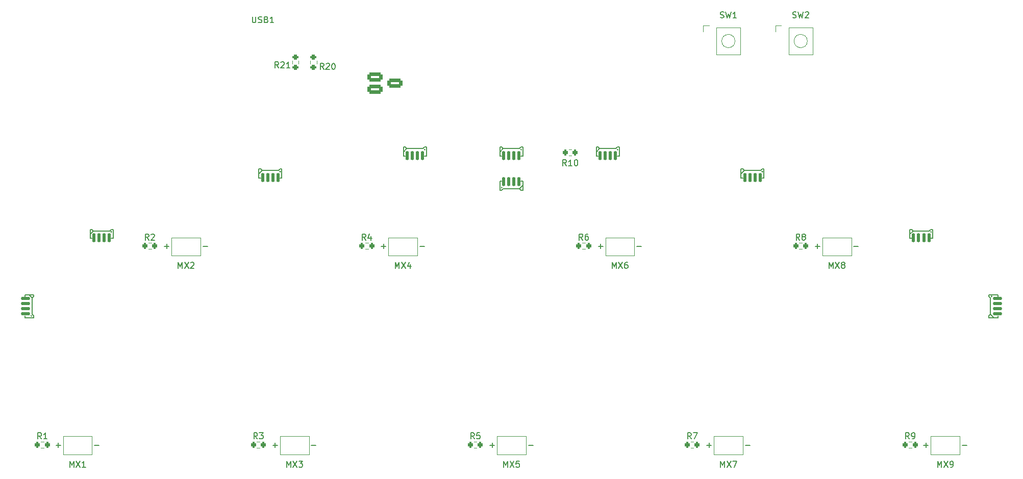
<source format=gto>
%TF.GenerationSoftware,KiCad,Pcbnew,(6.0.7)*%
%TF.CreationDate,2023-03-11T10:43:17+08:00*%
%TF.ProjectId,popn_pico,706f706e-5f70-4696-936f-2e6b69636164,rev?*%
%TF.SameCoordinates,Original*%
%TF.FileFunction,Legend,Top*%
%TF.FilePolarity,Positive*%
%FSLAX46Y46*%
G04 Gerber Fmt 4.6, Leading zero omitted, Abs format (unit mm)*
G04 Created by KiCad (PCBNEW (6.0.7)) date 2023-03-11 10:43:17*
%MOMM*%
%LPD*%
G01*
G04 APERTURE LIST*
G04 Aperture macros list*
%AMRoundRect*
0 Rectangle with rounded corners*
0 $1 Rounding radius*
0 $2 $3 $4 $5 $6 $7 $8 $9 X,Y pos of 4 corners*
0 Add a 4 corners polygon primitive as box body*
4,1,4,$2,$3,$4,$5,$6,$7,$8,$9,$2,$3,0*
0 Add four circle primitives for the rounded corners*
1,1,$1+$1,$2,$3*
1,1,$1+$1,$4,$5*
1,1,$1+$1,$6,$7*
1,1,$1+$1,$8,$9*
0 Add four rect primitives between the rounded corners*
20,1,$1+$1,$2,$3,$4,$5,0*
20,1,$1+$1,$4,$5,$6,$7,0*
20,1,$1+$1,$6,$7,$8,$9,0*
20,1,$1+$1,$8,$9,$2,$3,0*%
G04 Aperture macros list end*
%ADD10C,0.150000*%
%ADD11C,0.120000*%
%ADD12C,0.100000*%
%ADD13C,3.200000*%
%ADD14C,3.000000*%
%ADD15C,3.987800*%
%ADD16C,1.750000*%
%ADD17R,1.500000X2.600000*%
%ADD18RoundRect,0.110000X-0.110000X-0.640000X0.110000X-0.640000X0.110000X0.640000X-0.110000X0.640000X0*%
%ADD19RoundRect,0.200000X-0.200000X-0.275000X0.200000X-0.275000X0.200000X0.275000X-0.200000X0.275000X0*%
%ADD20RoundRect,0.110000X0.110000X0.640000X-0.110000X0.640000X-0.110000X-0.640000X0.110000X-0.640000X0*%
%ADD21RoundRect,0.200000X-0.275000X0.200000X-0.275000X-0.200000X0.275000X-0.200000X0.275000X0.200000X0*%
%ADD22R,1.650000X1.400000*%
%ADD23RoundRect,0.110000X-0.640000X0.110000X-0.640000X-0.110000X0.640000X-0.110000X0.640000X0.110000X0*%
%ADD24RoundRect,0.110000X0.640000X-0.110000X0.640000X0.110000X-0.640000X0.110000X-0.640000X-0.110000X0*%
%ADD25C,0.650000*%
%ADD26R,0.600000X1.450000*%
%ADD27R,0.300000X1.450000*%
%ADD28O,1.000000X2.100000*%
%ADD29O,1.000000X1.600000*%
%ADD30O,1.700000X1.700000*%
%ADD31R,1.700000X1.700000*%
%ADD32RoundRect,0.300000X-0.950000X0.450000X-0.950000X-0.450000X0.950000X-0.450000X0.950000X0.450000X0*%
G04 APERTURE END LIST*
D10*
%TO.C,MX7*%
X182031209Y-141119316D02*
X182031209Y-140119316D01*
X182364543Y-140833602D01*
X182697876Y-140119316D01*
X182697876Y-141119316D01*
X183078828Y-140119316D02*
X183745495Y-141119316D01*
X183745495Y-140119316D02*
X183078828Y-141119316D01*
X184031209Y-140119316D02*
X184697876Y-140119316D01*
X184269304Y-141119316D01*
X179739047Y-137471428D02*
X180500952Y-137471428D01*
X180120000Y-137852380D02*
X180120000Y-137090476D01*
X186139047Y-137471428D02*
X186900952Y-137471428D01*
%TO.C,R1*%
X69328333Y-136422380D02*
X68995000Y-135946190D01*
X68756904Y-136422380D02*
X68756904Y-135422380D01*
X69137857Y-135422380D01*
X69233095Y-135470000D01*
X69280714Y-135517619D01*
X69328333Y-135612857D01*
X69328333Y-135755714D01*
X69280714Y-135850952D01*
X69233095Y-135898571D01*
X69137857Y-135946190D01*
X68756904Y-135946190D01*
X70280714Y-136422380D02*
X69709285Y-136422380D01*
X69995000Y-136422380D02*
X69995000Y-135422380D01*
X69899761Y-135565238D01*
X69804523Y-135660476D01*
X69709285Y-135708095D01*
%TO.C,R10*%
X156427142Y-91102380D02*
X156093809Y-90626190D01*
X155855714Y-91102380D02*
X155855714Y-90102380D01*
X156236666Y-90102380D01*
X156331904Y-90150000D01*
X156379523Y-90197619D01*
X156427142Y-90292857D01*
X156427142Y-90435714D01*
X156379523Y-90530952D01*
X156331904Y-90578571D01*
X156236666Y-90626190D01*
X155855714Y-90626190D01*
X157379523Y-91102380D02*
X156808095Y-91102380D01*
X157093809Y-91102380D02*
X157093809Y-90102380D01*
X156998571Y-90245238D01*
X156903333Y-90340476D01*
X156808095Y-90388095D01*
X157998571Y-90102380D02*
X158093809Y-90102380D01*
X158189047Y-90150000D01*
X158236666Y-90197619D01*
X158284285Y-90292857D01*
X158331904Y-90483333D01*
X158331904Y-90721428D01*
X158284285Y-90911904D01*
X158236666Y-91007142D01*
X158189047Y-91054761D01*
X158093809Y-91102380D01*
X157998571Y-91102380D01*
X157903333Y-91054761D01*
X157855714Y-91007142D01*
X157808095Y-90911904D01*
X157760476Y-90721428D01*
X157760476Y-90483333D01*
X157808095Y-90292857D01*
X157855714Y-90197619D01*
X157903333Y-90150000D01*
X157998571Y-90102380D01*
%TO.C,R8*%
X195153333Y-103422380D02*
X194820000Y-102946190D01*
X194581904Y-103422380D02*
X194581904Y-102422380D01*
X194962857Y-102422380D01*
X195058095Y-102470000D01*
X195105714Y-102517619D01*
X195153333Y-102612857D01*
X195153333Y-102755714D01*
X195105714Y-102850952D01*
X195058095Y-102898571D01*
X194962857Y-102946190D01*
X194581904Y-102946190D01*
X195724761Y-102850952D02*
X195629523Y-102803333D01*
X195581904Y-102755714D01*
X195534285Y-102660476D01*
X195534285Y-102612857D01*
X195581904Y-102517619D01*
X195629523Y-102470000D01*
X195724761Y-102422380D01*
X195915238Y-102422380D01*
X196010476Y-102470000D01*
X196058095Y-102517619D01*
X196105714Y-102612857D01*
X196105714Y-102660476D01*
X196058095Y-102755714D01*
X196010476Y-102803333D01*
X195915238Y-102850952D01*
X195724761Y-102850952D01*
X195629523Y-102898571D01*
X195581904Y-102946190D01*
X195534285Y-103041428D01*
X195534285Y-103231904D01*
X195581904Y-103327142D01*
X195629523Y-103374761D01*
X195724761Y-103422380D01*
X195915238Y-103422380D01*
X196010476Y-103374761D01*
X196058095Y-103327142D01*
X196105714Y-103231904D01*
X196105714Y-103041428D01*
X196058095Y-102946190D01*
X196010476Y-102898571D01*
X195915238Y-102850952D01*
%TO.C,MX9*%
X218031209Y-141119316D02*
X218031209Y-140119316D01*
X218364543Y-140833602D01*
X218697876Y-140119316D01*
X218697876Y-141119316D01*
X219078828Y-140119316D02*
X219745495Y-141119316D01*
X219745495Y-140119316D02*
X219078828Y-141119316D01*
X220174066Y-141119316D02*
X220364543Y-141119316D01*
X220459781Y-141071697D01*
X220507400Y-141024078D01*
X220602638Y-140881221D01*
X220650257Y-140690745D01*
X220650257Y-140309793D01*
X220602638Y-140214555D01*
X220555019Y-140166936D01*
X220459781Y-140119316D01*
X220269304Y-140119316D01*
X220174066Y-140166936D01*
X220126447Y-140214555D01*
X220078828Y-140309793D01*
X220078828Y-140547888D01*
X220126447Y-140643126D01*
X220174066Y-140690745D01*
X220269304Y-140738364D01*
X220459781Y-140738364D01*
X220555019Y-140690745D01*
X220602638Y-140643126D01*
X220650257Y-140547888D01*
X222139047Y-137471428D02*
X222900952Y-137471428D01*
X215739047Y-137471428D02*
X216500952Y-137471428D01*
X216120000Y-137852380D02*
X216120000Y-137090476D01*
%TO.C,R6*%
X159153333Y-103422380D02*
X158820000Y-102946190D01*
X158581904Y-103422380D02*
X158581904Y-102422380D01*
X158962857Y-102422380D01*
X159058095Y-102470000D01*
X159105714Y-102517619D01*
X159153333Y-102612857D01*
X159153333Y-102755714D01*
X159105714Y-102850952D01*
X159058095Y-102898571D01*
X158962857Y-102946190D01*
X158581904Y-102946190D01*
X160010476Y-102422380D02*
X159820000Y-102422380D01*
X159724761Y-102470000D01*
X159677142Y-102517619D01*
X159581904Y-102660476D01*
X159534285Y-102850952D01*
X159534285Y-103231904D01*
X159581904Y-103327142D01*
X159629523Y-103374761D01*
X159724761Y-103422380D01*
X159915238Y-103422380D01*
X160010476Y-103374761D01*
X160058095Y-103327142D01*
X160105714Y-103231904D01*
X160105714Y-102993809D01*
X160058095Y-102898571D01*
X160010476Y-102850952D01*
X159915238Y-102803333D01*
X159724761Y-102803333D01*
X159629523Y-102850952D01*
X159581904Y-102898571D01*
X159534285Y-102993809D01*
%TO.C,R4*%
X123153333Y-103422380D02*
X122820000Y-102946190D01*
X122581904Y-103422380D02*
X122581904Y-102422380D01*
X122962857Y-102422380D01*
X123058095Y-102470000D01*
X123105714Y-102517619D01*
X123153333Y-102612857D01*
X123153333Y-102755714D01*
X123105714Y-102850952D01*
X123058095Y-102898571D01*
X122962857Y-102946190D01*
X122581904Y-102946190D01*
X124010476Y-102755714D02*
X124010476Y-103422380D01*
X123772380Y-102374761D02*
X123534285Y-103089047D01*
X124153333Y-103089047D01*
%TO.C,R3*%
X105153333Y-136422380D02*
X104820000Y-135946190D01*
X104581904Y-136422380D02*
X104581904Y-135422380D01*
X104962857Y-135422380D01*
X105058095Y-135470000D01*
X105105714Y-135517619D01*
X105153333Y-135612857D01*
X105153333Y-135755714D01*
X105105714Y-135850952D01*
X105058095Y-135898571D01*
X104962857Y-135946190D01*
X104581904Y-135946190D01*
X105486666Y-135422380D02*
X106105714Y-135422380D01*
X105772380Y-135803333D01*
X105915238Y-135803333D01*
X106010476Y-135850952D01*
X106058095Y-135898571D01*
X106105714Y-135993809D01*
X106105714Y-136231904D01*
X106058095Y-136327142D01*
X106010476Y-136374761D01*
X105915238Y-136422380D01*
X105629523Y-136422380D01*
X105534285Y-136374761D01*
X105486666Y-136327142D01*
%TO.C,MX8*%
X200031209Y-108119316D02*
X200031209Y-107119316D01*
X200364543Y-107833602D01*
X200697876Y-107119316D01*
X200697876Y-108119316D01*
X201078828Y-107119316D02*
X201745495Y-108119316D01*
X201745495Y-107119316D02*
X201078828Y-108119316D01*
X202269304Y-107547888D02*
X202174066Y-107500269D01*
X202126447Y-107452650D01*
X202078828Y-107357412D01*
X202078828Y-107309793D01*
X202126447Y-107214555D01*
X202174066Y-107166936D01*
X202269304Y-107119316D01*
X202459781Y-107119316D01*
X202555019Y-107166936D01*
X202602638Y-107214555D01*
X202650257Y-107309793D01*
X202650257Y-107357412D01*
X202602638Y-107452650D01*
X202555019Y-107500269D01*
X202459781Y-107547888D01*
X202269304Y-107547888D01*
X202174066Y-107595507D01*
X202126447Y-107643126D01*
X202078828Y-107738364D01*
X202078828Y-107928840D01*
X202126447Y-108024078D01*
X202174066Y-108071697D01*
X202269304Y-108119316D01*
X202459781Y-108119316D01*
X202555019Y-108071697D01*
X202602638Y-108024078D01*
X202650257Y-107928840D01*
X202650257Y-107738364D01*
X202602638Y-107643126D01*
X202555019Y-107595507D01*
X202459781Y-107547888D01*
X204139047Y-104471428D02*
X204900952Y-104471428D01*
X197739047Y-104471428D02*
X198500952Y-104471428D01*
X198120000Y-104852380D02*
X198120000Y-104090476D01*
%TO.C,MX1*%
X74031209Y-141119316D02*
X74031209Y-140119316D01*
X74364543Y-140833602D01*
X74697876Y-140119316D01*
X74697876Y-141119316D01*
X75078828Y-140119316D02*
X75745495Y-141119316D01*
X75745495Y-140119316D02*
X75078828Y-141119316D01*
X76650257Y-141119316D02*
X76078828Y-141119316D01*
X76364543Y-141119316D02*
X76364543Y-140119316D01*
X76269304Y-140262174D01*
X76174066Y-140357412D01*
X76078828Y-140405031D01*
X71739047Y-137471428D02*
X72500952Y-137471428D01*
X72120000Y-137852380D02*
X72120000Y-137090476D01*
X78139047Y-137471428D02*
X78900952Y-137471428D01*
%TO.C,MX5*%
X146031209Y-141119316D02*
X146031209Y-140119316D01*
X146364543Y-140833602D01*
X146697876Y-140119316D01*
X146697876Y-141119316D01*
X147078828Y-140119316D02*
X147745495Y-141119316D01*
X147745495Y-140119316D02*
X147078828Y-141119316D01*
X148602638Y-140119316D02*
X148126447Y-140119316D01*
X148078828Y-140595507D01*
X148126447Y-140547888D01*
X148221685Y-140500269D01*
X148459781Y-140500269D01*
X148555019Y-140547888D01*
X148602638Y-140595507D01*
X148650257Y-140690745D01*
X148650257Y-140928840D01*
X148602638Y-141024078D01*
X148555019Y-141071697D01*
X148459781Y-141119316D01*
X148221685Y-141119316D01*
X148126447Y-141071697D01*
X148078828Y-141024078D01*
X143739047Y-137471428D02*
X144500952Y-137471428D01*
X144120000Y-137852380D02*
X144120000Y-137090476D01*
X150139047Y-137471428D02*
X150900952Y-137471428D01*
%TO.C,MX4*%
X128031209Y-108119316D02*
X128031209Y-107119316D01*
X128364543Y-107833602D01*
X128697876Y-107119316D01*
X128697876Y-108119316D01*
X129078828Y-107119316D02*
X129745495Y-108119316D01*
X129745495Y-107119316D02*
X129078828Y-108119316D01*
X130555019Y-107452650D02*
X130555019Y-108119316D01*
X130316924Y-107071697D02*
X130078828Y-107785983D01*
X130697876Y-107785983D01*
X125739047Y-104471428D02*
X126500952Y-104471428D01*
X126120000Y-104852380D02*
X126120000Y-104090476D01*
X132139047Y-104471428D02*
X132900952Y-104471428D01*
%TO.C,MX6*%
X164031209Y-108119316D02*
X164031209Y-107119316D01*
X164364543Y-107833602D01*
X164697876Y-107119316D01*
X164697876Y-108119316D01*
X165078828Y-107119316D02*
X165745495Y-108119316D01*
X165745495Y-107119316D02*
X165078828Y-108119316D01*
X166555019Y-107119316D02*
X166364543Y-107119316D01*
X166269304Y-107166936D01*
X166221685Y-107214555D01*
X166126447Y-107357412D01*
X166078828Y-107547888D01*
X166078828Y-107928840D01*
X166126447Y-108024078D01*
X166174066Y-108071697D01*
X166269304Y-108119316D01*
X166459781Y-108119316D01*
X166555019Y-108071697D01*
X166602638Y-108024078D01*
X166650257Y-107928840D01*
X166650257Y-107690745D01*
X166602638Y-107595507D01*
X166555019Y-107547888D01*
X166459781Y-107500269D01*
X166269304Y-107500269D01*
X166174066Y-107547888D01*
X166126447Y-107595507D01*
X166078828Y-107690745D01*
X168139047Y-104471428D02*
X168900952Y-104471428D01*
X161739047Y-104471428D02*
X162500952Y-104471428D01*
X162120000Y-104852380D02*
X162120000Y-104090476D01*
%TO.C,R20*%
X116177142Y-75102380D02*
X115843809Y-74626190D01*
X115605714Y-75102380D02*
X115605714Y-74102380D01*
X115986666Y-74102380D01*
X116081904Y-74150000D01*
X116129523Y-74197619D01*
X116177142Y-74292857D01*
X116177142Y-74435714D01*
X116129523Y-74530952D01*
X116081904Y-74578571D01*
X115986666Y-74626190D01*
X115605714Y-74626190D01*
X116558095Y-74197619D02*
X116605714Y-74150000D01*
X116700952Y-74102380D01*
X116939047Y-74102380D01*
X117034285Y-74150000D01*
X117081904Y-74197619D01*
X117129523Y-74292857D01*
X117129523Y-74388095D01*
X117081904Y-74530952D01*
X116510476Y-75102380D01*
X117129523Y-75102380D01*
X117748571Y-74102380D02*
X117843809Y-74102380D01*
X117939047Y-74150000D01*
X117986666Y-74197619D01*
X118034285Y-74292857D01*
X118081904Y-74483333D01*
X118081904Y-74721428D01*
X118034285Y-74911904D01*
X117986666Y-75007142D01*
X117939047Y-75054761D01*
X117843809Y-75102380D01*
X117748571Y-75102380D01*
X117653333Y-75054761D01*
X117605714Y-75007142D01*
X117558095Y-74911904D01*
X117510476Y-74721428D01*
X117510476Y-74483333D01*
X117558095Y-74292857D01*
X117605714Y-74197619D01*
X117653333Y-74150000D01*
X117748571Y-74102380D01*
%TO.C,MX2*%
X92031209Y-108119316D02*
X92031209Y-107119316D01*
X92364543Y-107833602D01*
X92697876Y-107119316D01*
X92697876Y-108119316D01*
X93078828Y-107119316D02*
X93745495Y-108119316D01*
X93745495Y-107119316D02*
X93078828Y-108119316D01*
X94078828Y-107214555D02*
X94126447Y-107166936D01*
X94221685Y-107119316D01*
X94459781Y-107119316D01*
X94555019Y-107166936D01*
X94602638Y-107214555D01*
X94650257Y-107309793D01*
X94650257Y-107405031D01*
X94602638Y-107547888D01*
X94031209Y-108119316D01*
X94650257Y-108119316D01*
X89739047Y-104471428D02*
X90500952Y-104471428D01*
X90120000Y-104852380D02*
X90120000Y-104090476D01*
X96139047Y-104471428D02*
X96900952Y-104471428D01*
%TO.C,R2*%
X87153333Y-103422380D02*
X86820000Y-102946190D01*
X86581904Y-103422380D02*
X86581904Y-102422380D01*
X86962857Y-102422380D01*
X87058095Y-102470000D01*
X87105714Y-102517619D01*
X87153333Y-102612857D01*
X87153333Y-102755714D01*
X87105714Y-102850952D01*
X87058095Y-102898571D01*
X86962857Y-102946190D01*
X86581904Y-102946190D01*
X87534285Y-102517619D02*
X87581904Y-102470000D01*
X87677142Y-102422380D01*
X87915238Y-102422380D01*
X88010476Y-102470000D01*
X88058095Y-102517619D01*
X88105714Y-102612857D01*
X88105714Y-102708095D01*
X88058095Y-102850952D01*
X87486666Y-103422380D01*
X88105714Y-103422380D01*
%TO.C,R21*%
X108677142Y-74852380D02*
X108343809Y-74376190D01*
X108105714Y-74852380D02*
X108105714Y-73852380D01*
X108486666Y-73852380D01*
X108581904Y-73900000D01*
X108629523Y-73947619D01*
X108677142Y-74042857D01*
X108677142Y-74185714D01*
X108629523Y-74280952D01*
X108581904Y-74328571D01*
X108486666Y-74376190D01*
X108105714Y-74376190D01*
X109058095Y-73947619D02*
X109105714Y-73900000D01*
X109200952Y-73852380D01*
X109439047Y-73852380D01*
X109534285Y-73900000D01*
X109581904Y-73947619D01*
X109629523Y-74042857D01*
X109629523Y-74138095D01*
X109581904Y-74280952D01*
X109010476Y-74852380D01*
X109629523Y-74852380D01*
X110581904Y-74852380D02*
X110010476Y-74852380D01*
X110296190Y-74852380D02*
X110296190Y-73852380D01*
X110200952Y-73995238D01*
X110105714Y-74090476D01*
X110010476Y-74138095D01*
%TO.C,SW1*%
X181986666Y-66504761D02*
X182129523Y-66552380D01*
X182367619Y-66552380D01*
X182462857Y-66504761D01*
X182510476Y-66457142D01*
X182558095Y-66361904D01*
X182558095Y-66266666D01*
X182510476Y-66171428D01*
X182462857Y-66123809D01*
X182367619Y-66076190D01*
X182177142Y-66028571D01*
X182081904Y-65980952D01*
X182034285Y-65933333D01*
X181986666Y-65838095D01*
X181986666Y-65742857D01*
X182034285Y-65647619D01*
X182081904Y-65600000D01*
X182177142Y-65552380D01*
X182415238Y-65552380D01*
X182558095Y-65600000D01*
X182891428Y-65552380D02*
X183129523Y-66552380D01*
X183320000Y-65838095D01*
X183510476Y-66552380D01*
X183748571Y-65552380D01*
X184653333Y-66552380D02*
X184081904Y-66552380D01*
X184367619Y-66552380D02*
X184367619Y-65552380D01*
X184272380Y-65695238D01*
X184177142Y-65790476D01*
X184081904Y-65838095D01*
%TO.C,R7*%
X177153333Y-136422380D02*
X176820000Y-135946190D01*
X176581904Y-136422380D02*
X176581904Y-135422380D01*
X176962857Y-135422380D01*
X177058095Y-135470000D01*
X177105714Y-135517619D01*
X177153333Y-135612857D01*
X177153333Y-135755714D01*
X177105714Y-135850952D01*
X177058095Y-135898571D01*
X176962857Y-135946190D01*
X176581904Y-135946190D01*
X177486666Y-135422380D02*
X178153333Y-135422380D01*
X177724761Y-136422380D01*
%TO.C,SW2*%
X193986666Y-66504761D02*
X194129523Y-66552380D01*
X194367619Y-66552380D01*
X194462857Y-66504761D01*
X194510476Y-66457142D01*
X194558095Y-66361904D01*
X194558095Y-66266666D01*
X194510476Y-66171428D01*
X194462857Y-66123809D01*
X194367619Y-66076190D01*
X194177142Y-66028571D01*
X194081904Y-65980952D01*
X194034285Y-65933333D01*
X193986666Y-65838095D01*
X193986666Y-65742857D01*
X194034285Y-65647619D01*
X194081904Y-65600000D01*
X194177142Y-65552380D01*
X194415238Y-65552380D01*
X194558095Y-65600000D01*
X194891428Y-65552380D02*
X195129523Y-66552380D01*
X195320000Y-65838095D01*
X195510476Y-66552380D01*
X195748571Y-65552380D01*
X196081904Y-65647619D02*
X196129523Y-65600000D01*
X196224761Y-65552380D01*
X196462857Y-65552380D01*
X196558095Y-65600000D01*
X196605714Y-65647619D01*
X196653333Y-65742857D01*
X196653333Y-65838095D01*
X196605714Y-65980952D01*
X196034285Y-66552380D01*
X196653333Y-66552380D01*
%TO.C,MX3*%
X110031209Y-141119316D02*
X110031209Y-140119316D01*
X110364543Y-140833602D01*
X110697876Y-140119316D01*
X110697876Y-141119316D01*
X111078828Y-140119316D02*
X111745495Y-141119316D01*
X111745495Y-140119316D02*
X111078828Y-141119316D01*
X112031209Y-140119316D02*
X112650257Y-140119316D01*
X112316924Y-140500269D01*
X112459781Y-140500269D01*
X112555019Y-140547888D01*
X112602638Y-140595507D01*
X112650257Y-140690745D01*
X112650257Y-140928840D01*
X112602638Y-141024078D01*
X112555019Y-141071697D01*
X112459781Y-141119316D01*
X112174066Y-141119316D01*
X112078828Y-141071697D01*
X112031209Y-141024078D01*
X107739047Y-137471428D02*
X108500952Y-137471428D01*
X108120000Y-137852380D02*
X108120000Y-137090476D01*
X114139047Y-137471428D02*
X114900952Y-137471428D01*
%TO.C,R9*%
X213328333Y-136422380D02*
X212995000Y-135946190D01*
X212756904Y-136422380D02*
X212756904Y-135422380D01*
X213137857Y-135422380D01*
X213233095Y-135470000D01*
X213280714Y-135517619D01*
X213328333Y-135612857D01*
X213328333Y-135755714D01*
X213280714Y-135850952D01*
X213233095Y-135898571D01*
X213137857Y-135946190D01*
X212756904Y-135946190D01*
X213804523Y-136422380D02*
X213995000Y-136422380D01*
X214090238Y-136374761D01*
X214137857Y-136327142D01*
X214233095Y-136184285D01*
X214280714Y-135993809D01*
X214280714Y-135612857D01*
X214233095Y-135517619D01*
X214185476Y-135470000D01*
X214090238Y-135422380D01*
X213899761Y-135422380D01*
X213804523Y-135470000D01*
X213756904Y-135517619D01*
X213709285Y-135612857D01*
X213709285Y-135850952D01*
X213756904Y-135946190D01*
X213804523Y-135993809D01*
X213899761Y-136041428D01*
X214090238Y-136041428D01*
X214185476Y-135993809D01*
X214233095Y-135946190D01*
X214280714Y-135850952D01*
%TO.C,R5*%
X141153333Y-136422380D02*
X140820000Y-135946190D01*
X140581904Y-136422380D02*
X140581904Y-135422380D01*
X140962857Y-135422380D01*
X141058095Y-135470000D01*
X141105714Y-135517619D01*
X141153333Y-135612857D01*
X141153333Y-135755714D01*
X141105714Y-135850952D01*
X141058095Y-135898571D01*
X140962857Y-135946190D01*
X140581904Y-135946190D01*
X142058095Y-135422380D02*
X141581904Y-135422380D01*
X141534285Y-135898571D01*
X141581904Y-135850952D01*
X141677142Y-135803333D01*
X141915238Y-135803333D01*
X142010476Y-135850952D01*
X142058095Y-135898571D01*
X142105714Y-135993809D01*
X142105714Y-136231904D01*
X142058095Y-136327142D01*
X142010476Y-136374761D01*
X141915238Y-136422380D01*
X141677142Y-136422380D01*
X141581904Y-136374761D01*
X141534285Y-136327142D01*
%TO.C,USB1*%
X104331904Y-66352380D02*
X104331904Y-67161904D01*
X104379523Y-67257142D01*
X104427142Y-67304761D01*
X104522380Y-67352380D01*
X104712857Y-67352380D01*
X104808095Y-67304761D01*
X104855714Y-67257142D01*
X104903333Y-67161904D01*
X104903333Y-66352380D01*
X105331904Y-67304761D02*
X105474761Y-67352380D01*
X105712857Y-67352380D01*
X105808095Y-67304761D01*
X105855714Y-67257142D01*
X105903333Y-67161904D01*
X105903333Y-67066666D01*
X105855714Y-66971428D01*
X105808095Y-66923809D01*
X105712857Y-66876190D01*
X105522380Y-66828571D01*
X105427142Y-66780952D01*
X105379523Y-66733333D01*
X105331904Y-66638095D01*
X105331904Y-66542857D01*
X105379523Y-66447619D01*
X105427142Y-66400000D01*
X105522380Y-66352380D01*
X105760476Y-66352380D01*
X105903333Y-66400000D01*
X106665238Y-66828571D02*
X106808095Y-66876190D01*
X106855714Y-66923809D01*
X106903333Y-67019047D01*
X106903333Y-67161904D01*
X106855714Y-67257142D01*
X106808095Y-67304761D01*
X106712857Y-67352380D01*
X106331904Y-67352380D01*
X106331904Y-66352380D01*
X106665238Y-66352380D01*
X106760476Y-66400000D01*
X106808095Y-66447619D01*
X106855714Y-66542857D01*
X106855714Y-66638095D01*
X106808095Y-66733333D01*
X106760476Y-66780952D01*
X106665238Y-66828571D01*
X106331904Y-66828571D01*
X107855714Y-67352380D02*
X107284285Y-67352380D01*
X107570000Y-67352380D02*
X107570000Y-66352380D01*
X107474761Y-66495238D01*
X107379523Y-66590476D01*
X107284285Y-66638095D01*
D11*
%TO.C,MX7*%
X180920000Y-139000000D02*
X185720000Y-139000000D01*
X180920000Y-136000000D02*
X180920000Y-139000000D01*
X185720000Y-139000000D02*
X185720000Y-136000000D01*
X185720000Y-136000000D02*
X180920000Y-136000000D01*
D10*
%TO.C,LED2*%
X145420000Y-88000644D02*
X145720000Y-88000644D01*
X145970000Y-88250644D02*
X148670000Y-88250644D01*
X149220000Y-88000644D02*
X148920000Y-88000644D01*
X149220000Y-89500644D02*
X148920000Y-89500644D01*
X145420000Y-89500644D02*
X145420000Y-88000644D01*
X145970000Y-88250644D02*
X145420000Y-88800644D01*
X145420000Y-89500644D02*
X145720000Y-89500644D01*
X149220000Y-88000644D02*
X149220000Y-89500644D01*
X145720000Y-88000644D02*
X145970000Y-88250644D01*
X148920000Y-88000644D02*
X148670000Y-88250644D01*
X149005848Y-88427140D02*
G75*
G03*
X149005848Y-88427140I-75000J0D01*
G01*
D11*
%TO.C,R1*%
X69257742Y-136877500D02*
X69732258Y-136877500D01*
X69257742Y-137922500D02*
X69732258Y-137922500D01*
%TO.C,R10*%
X156832742Y-89422500D02*
X157307258Y-89422500D01*
X156832742Y-88377500D02*
X157307258Y-88377500D01*
%TO.C,R8*%
X195082742Y-104922500D02*
X195557258Y-104922500D01*
X195082742Y-103877500D02*
X195557258Y-103877500D01*
%TO.C,MX9*%
X221720000Y-136000000D02*
X216920000Y-136000000D01*
X216920000Y-139000000D02*
X221720000Y-139000000D01*
X216920000Y-136000000D02*
X216920000Y-139000000D01*
X221720000Y-139000000D02*
X221720000Y-136000000D01*
D10*
%TO.C,LED8*%
X185420000Y-93150000D02*
X185720000Y-93150000D01*
X188920000Y-91650000D02*
X188670000Y-91900000D01*
X189220000Y-91650000D02*
X188920000Y-91650000D01*
X189220000Y-93150000D02*
X188920000Y-93150000D01*
X185970000Y-91900000D02*
X185420000Y-92450000D01*
X185420000Y-91650000D02*
X185720000Y-91650000D01*
X189220000Y-91650000D02*
X189220000Y-93150000D01*
X185420000Y-93150000D02*
X185420000Y-91650000D01*
X185720000Y-91650000D02*
X185970000Y-91900000D01*
X185970000Y-91900000D02*
X188670000Y-91900000D01*
X189005848Y-92076496D02*
G75*
G03*
X189005848Y-92076496I-75000J0D01*
G01*
%TO.C,LED1*%
X161420000Y-89500644D02*
X161720000Y-89500644D01*
X165220000Y-88000644D02*
X164920000Y-88000644D01*
X161970000Y-88250644D02*
X164670000Y-88250644D01*
X161970000Y-88250644D02*
X161420000Y-88800644D01*
X161420000Y-89500644D02*
X161420000Y-88000644D01*
X164920000Y-88000644D02*
X164670000Y-88250644D01*
X165220000Y-88000644D02*
X165220000Y-89500644D01*
X161720000Y-88000644D02*
X161970000Y-88250644D01*
X161420000Y-88000644D02*
X161720000Y-88000644D01*
X165220000Y-89500644D02*
X164920000Y-89500644D01*
X165005848Y-88427140D02*
G75*
G03*
X165005848Y-88427140I-75000J0D01*
G01*
D11*
%TO.C,R6*%
X159082742Y-104922500D02*
X159557258Y-104922500D01*
X159082742Y-103877500D02*
X159557258Y-103877500D01*
%TO.C,R4*%
X123082742Y-103877500D02*
X123557258Y-103877500D01*
X123082742Y-104922500D02*
X123557258Y-104922500D01*
D10*
%TO.C,LED7*%
X149220000Y-95150000D02*
X148920000Y-95150000D01*
X149220000Y-93650000D02*
X148920000Y-93650000D01*
X145420000Y-95150000D02*
X145720000Y-95150000D01*
X149220000Y-93650000D02*
X149220000Y-95150000D01*
X145720000Y-95150000D02*
X145970000Y-94900000D01*
X148920000Y-95150000D02*
X148670000Y-94900000D01*
X148670000Y-94900000D02*
X145970000Y-94900000D01*
X145420000Y-95150000D02*
X145420000Y-93650000D01*
X148670000Y-94900000D02*
X149220000Y-94350000D01*
X145420000Y-93650000D02*
X145720000Y-93650000D01*
X145784152Y-94723504D02*
G75*
G03*
X145784152Y-94723504I-75000J0D01*
G01*
D11*
%TO.C,R3*%
X105082742Y-137922500D02*
X105557258Y-137922500D01*
X105082742Y-136877500D02*
X105557258Y-136877500D01*
%TO.C,MX8*%
X203720000Y-106000000D02*
X203720000Y-103000000D01*
X203720000Y-103000000D02*
X198920000Y-103000000D01*
X198920000Y-106000000D02*
X203720000Y-106000000D01*
X198920000Y-103000000D02*
X198920000Y-106000000D01*
D10*
%TO.C,LED3*%
X129720000Y-88000644D02*
X129970000Y-88250644D01*
X133220000Y-88000644D02*
X133220000Y-89500644D01*
X129970000Y-88250644D02*
X129420000Y-88800644D01*
X133220000Y-89500644D02*
X132920000Y-89500644D01*
X129420000Y-88000644D02*
X129720000Y-88000644D01*
X129420000Y-89500644D02*
X129420000Y-88000644D01*
X132920000Y-88000644D02*
X132670000Y-88250644D01*
X129970000Y-88250644D02*
X132670000Y-88250644D01*
X129420000Y-89500644D02*
X129720000Y-89500644D01*
X133220000Y-88000644D02*
X132920000Y-88000644D01*
X133005848Y-88427140D02*
G75*
G03*
X133005848Y-88427140I-75000J0D01*
G01*
D11*
%TO.C,MX1*%
X77720000Y-139000000D02*
X77720000Y-136000000D01*
X77720000Y-136000000D02*
X72920000Y-136000000D01*
X72920000Y-139000000D02*
X77720000Y-139000000D01*
X72920000Y-136000000D02*
X72920000Y-139000000D01*
D10*
%TO.C,LED5*%
X77420000Y-103150000D02*
X77420000Y-101650000D01*
X81220000Y-103150000D02*
X80920000Y-103150000D01*
X77970000Y-101900000D02*
X80670000Y-101900000D01*
X77420000Y-101650000D02*
X77720000Y-101650000D01*
X77420000Y-103150000D02*
X77720000Y-103150000D01*
X81220000Y-101650000D02*
X81220000Y-103150000D01*
X80920000Y-101650000D02*
X80670000Y-101900000D01*
X81220000Y-101650000D02*
X80920000Y-101650000D01*
X77720000Y-101650000D02*
X77970000Y-101900000D01*
X77970000Y-101900000D02*
X77420000Y-102450000D01*
X81005848Y-102076496D02*
G75*
G03*
X81005848Y-102076496I-75000J0D01*
G01*
D11*
%TO.C,MX5*%
X149720000Y-136000000D02*
X144920000Y-136000000D01*
X144920000Y-139000000D02*
X149720000Y-139000000D01*
X149720000Y-139000000D02*
X149720000Y-136000000D01*
X144920000Y-136000000D02*
X144920000Y-139000000D01*
%TO.C,MX4*%
X131720000Y-106000000D02*
X131720000Y-103000000D01*
X126920000Y-103000000D02*
X126920000Y-106000000D01*
X131720000Y-103000000D02*
X126920000Y-103000000D01*
X126920000Y-106000000D02*
X131720000Y-106000000D01*
%TO.C,MX6*%
X167720000Y-106000000D02*
X167720000Y-103000000D01*
X167720000Y-103000000D02*
X162920000Y-103000000D01*
X162920000Y-106000000D02*
X167720000Y-106000000D01*
X162920000Y-103000000D02*
X162920000Y-106000000D01*
%TO.C,R20*%
X114992500Y-73662742D02*
X114992500Y-74137258D01*
X113947500Y-73662742D02*
X113947500Y-74137258D01*
%TO.C,MX2*%
X95720000Y-103000000D02*
X90920000Y-103000000D01*
X90920000Y-103000000D02*
X90920000Y-106000000D01*
X90920000Y-106000000D02*
X95720000Y-106000000D01*
X95720000Y-106000000D02*
X95720000Y-103000000D01*
%TO.C,R2*%
X87082742Y-104922500D02*
X87557258Y-104922500D01*
X87082742Y-103877500D02*
X87557258Y-103877500D01*
%TO.C,R21*%
X110947500Y-73662742D02*
X110947500Y-74137258D01*
X111992500Y-73662742D02*
X111992500Y-74137258D01*
%TO.C,SW1*%
X179120000Y-68800000D02*
X179120000Y-67800000D01*
X181320000Y-68150000D02*
X185320000Y-68150000D01*
X181320000Y-72650000D02*
X181320000Y-68150000D01*
X185320000Y-68157741D02*
X185320000Y-72657741D01*
X185320000Y-72650000D02*
X181320000Y-72650000D01*
X179120000Y-67800000D02*
X180120000Y-67800000D01*
D12*
X184420000Y-70400000D02*
G75*
G03*
X184420000Y-70400000I-1100000J0D01*
G01*
D11*
%TO.C,R7*%
X177082742Y-136877500D02*
X177557258Y-136877500D01*
X177082742Y-137922500D02*
X177557258Y-137922500D01*
D10*
%TO.C,LED4*%
X68070000Y-116300000D02*
X68070000Y-116000000D01*
X67820000Y-113050000D02*
X67820000Y-115750000D01*
X66570000Y-112500000D02*
X66570000Y-112800000D01*
X66570000Y-116300000D02*
X66570000Y-116000000D01*
X68070000Y-112800000D02*
X67820000Y-113050000D01*
X68070000Y-116000000D02*
X67820000Y-115750000D01*
X67820000Y-113050000D02*
X67270000Y-112500000D01*
X68070000Y-112500000D02*
X68070000Y-112800000D01*
X66570000Y-112500000D02*
X68070000Y-112500000D01*
X68070000Y-116300000D02*
X66570000Y-116300000D01*
X67718504Y-116010848D02*
G75*
G03*
X67718504Y-116010848I-75000J0D01*
G01*
%TO.C,LED10*%
X226570000Y-112500000D02*
X228070000Y-112500000D01*
X226570000Y-112500000D02*
X226570000Y-112800000D01*
X228070000Y-116300000D02*
X228070000Y-116000000D01*
X228070000Y-116300000D02*
X226570000Y-116300000D01*
X226820000Y-115750000D02*
X227370000Y-116300000D01*
X226820000Y-115750000D02*
X226820000Y-113050000D01*
X226570000Y-116300000D02*
X226570000Y-116000000D01*
X228070000Y-112500000D02*
X228070000Y-112800000D01*
X226570000Y-112800000D02*
X226820000Y-113050000D01*
X226570000Y-116000000D02*
X226820000Y-115750000D01*
X227071496Y-112789152D02*
G75*
G03*
X227071496Y-112789152I-75000J0D01*
G01*
D11*
%TO.C,SW2*%
X197320000Y-68157741D02*
X197320000Y-72657741D01*
X197320000Y-72650000D02*
X193320000Y-72650000D01*
X193320000Y-72650000D02*
X193320000Y-68150000D01*
X191120000Y-68800000D02*
X191120000Y-67800000D01*
X193320000Y-68150000D02*
X197320000Y-68150000D01*
X191120000Y-67800000D02*
X192120000Y-67800000D01*
D12*
X196420000Y-70400000D02*
G75*
G03*
X196420000Y-70400000I-1100000J0D01*
G01*
D10*
%TO.C,LED6*%
X105420000Y-93150000D02*
X105420000Y-91650000D01*
X105420000Y-91650000D02*
X105720000Y-91650000D01*
X105970000Y-91900000D02*
X108670000Y-91900000D01*
X105720000Y-91650000D02*
X105970000Y-91900000D01*
X109220000Y-91650000D02*
X108920000Y-91650000D01*
X105970000Y-91900000D02*
X105420000Y-92450000D01*
X109220000Y-91650000D02*
X109220000Y-93150000D01*
X109220000Y-93150000D02*
X108920000Y-93150000D01*
X105420000Y-93150000D02*
X105720000Y-93150000D01*
X108920000Y-91650000D02*
X108670000Y-91900000D01*
X109005848Y-92076496D02*
G75*
G03*
X109005848Y-92076496I-75000J0D01*
G01*
D11*
%TO.C,MX3*%
X113720000Y-136000000D02*
X108920000Y-136000000D01*
X113720000Y-139000000D02*
X113720000Y-136000000D01*
X108920000Y-139000000D02*
X113720000Y-139000000D01*
X108920000Y-136000000D02*
X108920000Y-139000000D01*
%TO.C,R9*%
X213257742Y-137922500D02*
X213732258Y-137922500D01*
X213257742Y-136877500D02*
X213732258Y-136877500D01*
D10*
%TO.C,LED9*%
X213420000Y-103150000D02*
X213420000Y-101650000D01*
X213720000Y-101650000D02*
X213970000Y-101900000D01*
X217220000Y-101650000D02*
X217220000Y-103150000D01*
X216920000Y-101650000D02*
X216670000Y-101900000D01*
X213970000Y-101900000D02*
X216670000Y-101900000D01*
X213420000Y-101650000D02*
X213720000Y-101650000D01*
X217220000Y-101650000D02*
X216920000Y-101650000D01*
X213970000Y-101900000D02*
X213420000Y-102450000D01*
X217220000Y-103150000D02*
X216920000Y-103150000D01*
X213420000Y-103150000D02*
X213720000Y-103150000D01*
X217005848Y-102076496D02*
G75*
G03*
X217005848Y-102076496I-75000J0D01*
G01*
D11*
%TO.C,R5*%
X141082742Y-136877500D02*
X141557258Y-136877500D01*
X141082742Y-137922500D02*
X141557258Y-137922500D01*
%TD*%
%LPC*%
D13*
%TO.C,REF\u002A\u002A*%
X62320000Y-142400000D03*
%TD*%
%TO.C,REF\u002A\u002A*%
X87320000Y-72400000D03*
%TD*%
%TO.C,REF\u002A\u002A*%
X207320000Y-72400000D03*
%TD*%
%TO.C,REF\u002A\u002A*%
X232320000Y-142400000D03*
%TD*%
D14*
%TO.C,MX7*%
X179510000Y-129860000D03*
D15*
X183320000Y-132400000D03*
D16*
X178240000Y-132400000D03*
D14*
X185860000Y-127320000D03*
D16*
X188400000Y-132400000D03*
D17*
X181820000Y-137480000D03*
X184820000Y-137480000D03*
%TD*%
D18*
%TO.C,LED2*%
X148595000Y-89400644D03*
X147745000Y-89400644D03*
X146895000Y-89400644D03*
X146045000Y-89400644D03*
%TD*%
D19*
%TO.C,R1*%
X68670000Y-137400000D03*
X70320000Y-137400000D03*
%TD*%
%TO.C,R10*%
X156245000Y-88900000D03*
X157895000Y-88900000D03*
%TD*%
%TO.C,R8*%
X194495000Y-104400000D03*
X196145000Y-104400000D03*
%TD*%
D14*
%TO.C,MX9*%
X221860000Y-127320000D03*
X215510000Y-129860000D03*
D16*
X214240000Y-132400000D03*
X224400000Y-132400000D03*
D15*
X219320000Y-132400000D03*
D17*
X217820000Y-137480000D03*
X220820000Y-137480000D03*
%TD*%
D18*
%TO.C,LED8*%
X188595000Y-93050000D03*
X187745000Y-93050000D03*
X186895000Y-93050000D03*
X186045000Y-93050000D03*
%TD*%
%TO.C,LED1*%
X164595000Y-89400644D03*
X163745000Y-89400644D03*
X162895000Y-89400644D03*
X162045000Y-89400644D03*
%TD*%
D19*
%TO.C,R6*%
X158495000Y-104400000D03*
X160145000Y-104400000D03*
%TD*%
%TO.C,R4*%
X122495000Y-104400000D03*
X124145000Y-104400000D03*
%TD*%
D20*
%TO.C,LED7*%
X146045000Y-93750000D03*
X146895000Y-93750000D03*
X147745000Y-93750000D03*
X148595000Y-93750000D03*
%TD*%
D19*
%TO.C,R3*%
X104495000Y-137400000D03*
X106145000Y-137400000D03*
%TD*%
D14*
%TO.C,MX8*%
X197510000Y-96860000D03*
D16*
X196240000Y-99400000D03*
D15*
X201320000Y-99400000D03*
D14*
X203860000Y-94320000D03*
D16*
X206400000Y-99400000D03*
D17*
X199820000Y-104480000D03*
X202820000Y-104480000D03*
%TD*%
D18*
%TO.C,LED3*%
X132595000Y-89400644D03*
X131745000Y-89400644D03*
X130895000Y-89400644D03*
X130045000Y-89400644D03*
%TD*%
D14*
%TO.C,MX1*%
X71510000Y-129860000D03*
X77860000Y-127320000D03*
D16*
X70240000Y-132400000D03*
D15*
X75320000Y-132400000D03*
D16*
X80400000Y-132400000D03*
D17*
X73820000Y-137480000D03*
X76820000Y-137480000D03*
%TD*%
D18*
%TO.C,LED5*%
X80595000Y-103050000D03*
X79745000Y-103050000D03*
X78895000Y-103050000D03*
X78045000Y-103050000D03*
%TD*%
D16*
%TO.C,MX5*%
X152400000Y-132400000D03*
D14*
X149860000Y-127320000D03*
D15*
X147320000Y-132400000D03*
D16*
X142240000Y-132400000D03*
D14*
X143510000Y-129860000D03*
D17*
X145820000Y-137480000D03*
X148820000Y-137480000D03*
%TD*%
D16*
%TO.C,MX4*%
X124240000Y-99400000D03*
X134400000Y-99400000D03*
D15*
X129320000Y-99400000D03*
D14*
X131860000Y-94320000D03*
X125510000Y-96860000D03*
D17*
X127820000Y-104480000D03*
X130820000Y-104480000D03*
%TD*%
D16*
%TO.C,MX6*%
X160240000Y-99400000D03*
D15*
X165320000Y-99400000D03*
D16*
X170400000Y-99400000D03*
D14*
X167860000Y-94320000D03*
X161510000Y-96860000D03*
D17*
X163820000Y-104480000D03*
X166820000Y-104480000D03*
%TD*%
D21*
%TO.C,R20*%
X114470000Y-73075000D03*
X114470000Y-74725000D03*
%TD*%
D14*
%TO.C,MX2*%
X95860000Y-94320000D03*
X89510000Y-96860000D03*
D16*
X98400000Y-99400000D03*
D15*
X93320000Y-99400000D03*
D16*
X88240000Y-99400000D03*
D17*
X91820000Y-104480000D03*
X94820000Y-104480000D03*
%TD*%
D19*
%TO.C,R2*%
X86495000Y-104400000D03*
X88145000Y-104400000D03*
%TD*%
D21*
%TO.C,R21*%
X111470000Y-73075000D03*
X111470000Y-74725000D03*
%TD*%
D22*
%TO.C,SW1*%
X180395000Y-68900000D03*
X186245000Y-68900000D03*
X180395000Y-71900000D03*
X186245000Y-71900000D03*
%TD*%
D19*
%TO.C,R7*%
X176495000Y-137400000D03*
X178145000Y-137400000D03*
%TD*%
D23*
%TO.C,LED4*%
X66670000Y-115675000D03*
X66670000Y-114825000D03*
X66670000Y-113975000D03*
X66670000Y-113125000D03*
%TD*%
D24*
%TO.C,LED10*%
X227970000Y-113125000D03*
X227970000Y-113975000D03*
X227970000Y-114825000D03*
X227970000Y-115675000D03*
%TD*%
D22*
%TO.C,SW2*%
X192395000Y-68900000D03*
X198245000Y-68900000D03*
X192395000Y-71900000D03*
X198245000Y-71900000D03*
%TD*%
D18*
%TO.C,LED6*%
X108595000Y-93050000D03*
X107745000Y-93050000D03*
X106895000Y-93050000D03*
X106045000Y-93050000D03*
%TD*%
D16*
%TO.C,MX3*%
X106240000Y-132400000D03*
D15*
X111320000Y-132400000D03*
D16*
X116400000Y-132400000D03*
D14*
X107510000Y-129860000D03*
X113860000Y-127320000D03*
D17*
X109820000Y-137480000D03*
X112820000Y-137480000D03*
%TD*%
D19*
%TO.C,R9*%
X212670000Y-137400000D03*
X214320000Y-137400000D03*
%TD*%
D18*
%TO.C,LED9*%
X216595000Y-103050000D03*
X215745000Y-103050000D03*
X214895000Y-103050000D03*
X214045000Y-103050000D03*
%TD*%
D19*
%TO.C,R5*%
X140495000Y-137400000D03*
X142145000Y-137400000D03*
%TD*%
D25*
%TO.C,USB1*%
X116110000Y-68737500D03*
X110330000Y-68737500D03*
D26*
X116445000Y-70182500D03*
X115670000Y-70182500D03*
D27*
X114970000Y-70182500D03*
X114470000Y-70182500D03*
X113970000Y-70182500D03*
X113470000Y-70182500D03*
X112970000Y-70182500D03*
X112470000Y-70182500D03*
X111970000Y-70182500D03*
X111470000Y-70182500D03*
D26*
X110770000Y-70182500D03*
X109995000Y-70182500D03*
D28*
X108900000Y-69267500D03*
D29*
X117540000Y-65087500D03*
D28*
X117540000Y-69267500D03*
D29*
X108900000Y-65087500D03*
%TD*%
D30*
%TO.C,U1*%
X125190000Y-68510000D03*
X127730000Y-68510000D03*
D31*
X130270000Y-68510000D03*
D30*
X132810000Y-68510000D03*
X135350000Y-68510000D03*
X137890000Y-68510000D03*
X140430000Y-68510000D03*
D31*
X142970000Y-68510000D03*
D30*
X145510000Y-68510000D03*
X148050000Y-68510000D03*
X150590000Y-68510000D03*
X153130000Y-68510000D03*
D31*
X155670000Y-68510000D03*
D30*
X158210000Y-68510000D03*
X160750000Y-68510000D03*
X163290000Y-68510000D03*
X165830000Y-68510000D03*
D31*
X168370000Y-68510000D03*
D30*
X170910000Y-68510000D03*
X173450000Y-68510000D03*
X173450000Y-86290000D03*
X170910000Y-86290000D03*
D31*
X168370000Y-86290000D03*
D30*
X165830000Y-86290000D03*
X163290000Y-86290000D03*
X160750000Y-86290000D03*
X158210000Y-86290000D03*
D31*
X155670000Y-86290000D03*
D30*
X153130000Y-86290000D03*
X150590000Y-86290000D03*
X148050000Y-86290000D03*
X145510000Y-86290000D03*
D31*
X142970000Y-86290000D03*
D30*
X140430000Y-86290000D03*
X137890000Y-86290000D03*
X135350000Y-86290000D03*
X132810000Y-86290000D03*
D31*
X130270000Y-86290000D03*
D30*
X127730000Y-86290000D03*
X125190000Y-86290000D03*
X173220000Y-74860000D03*
D31*
X173220000Y-77400000D03*
D30*
X173220000Y-79940000D03*
D32*
X127950000Y-77400000D03*
X124670000Y-78400000D03*
X124650000Y-76400000D03*
%TD*%
M02*

</source>
